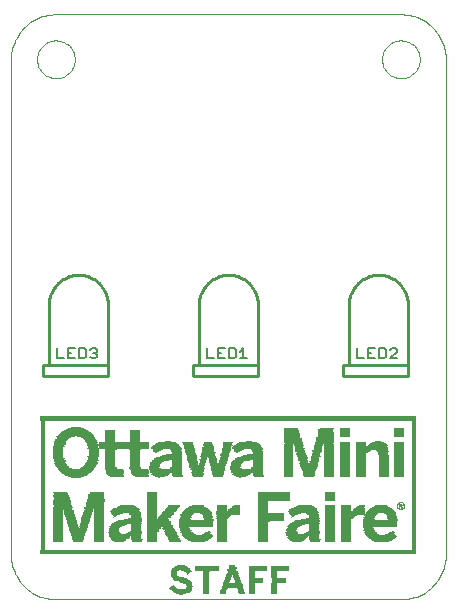
<source format=gto>
G75*
G70*
%OFA0B0*%
%FSLAX24Y24*%
%IPPOS*%
%LPD*%
%AMOC8*
5,1,8,0,0,1.08239X$1,22.5*
%
%ADD10C,0.0000*%
%ADD11R,1.2525X0.0025*%
%ADD12R,1.2525X0.0025*%
%ADD13R,0.0151X0.0025*%
%ADD14R,0.0149X0.0025*%
%ADD15R,0.0099X0.0025*%
%ADD16R,0.0275X0.0025*%
%ADD17R,0.0100X0.0025*%
%ADD18R,0.0274X0.0025*%
%ADD19R,0.0324X0.0025*%
%ADD20R,0.0326X0.0025*%
%ADD21R,0.0350X0.0025*%
%ADD22R,0.0325X0.0025*%
%ADD23R,0.0349X0.0025*%
%ADD24R,0.0374X0.0025*%
%ADD25R,0.0499X0.0025*%
%ADD26R,0.0351X0.0025*%
%ADD27R,0.0500X0.0025*%
%ADD28R,0.0450X0.0025*%
%ADD29R,0.0650X0.0025*%
%ADD30R,0.0449X0.0025*%
%ADD31R,0.0649X0.0025*%
%ADD32R,0.0376X0.0025*%
%ADD33R,0.0750X0.0025*%
%ADD34R,0.0501X0.0025*%
%ADD35R,0.0375X0.0025*%
%ADD36R,0.0575X0.0025*%
%ADD37R,0.0799X0.0025*%
%ADD38R,0.0801X0.0025*%
%ADD39R,0.0625X0.0025*%
%ADD40R,0.0874X0.0025*%
%ADD41R,0.0875X0.0025*%
%ADD42R,0.0424X0.0025*%
%ADD43R,0.0675X0.0025*%
%ADD44R,0.0950X0.0025*%
%ADD45R,0.0700X0.0025*%
%ADD46R,0.0974X0.0025*%
%ADD47R,0.0699X0.0025*%
%ADD48R,0.0975X0.0025*%
%ADD49R,0.1099X0.0025*%
%ADD50R,0.1100X0.0025*%
%ADD51R,0.0976X0.0025*%
%ADD52R,0.0474X0.0025*%
%ADD53R,0.1000X0.0025*%
%ADD54R,0.1001X0.0025*%
%ADD55R,0.0399X0.0025*%
%ADD56R,0.0524X0.0025*%
%ADD57R,0.0400X0.0025*%
%ADD58R,0.0225X0.0025*%
%ADD59R,0.0401X0.0025*%
%ADD60R,0.0525X0.0025*%
%ADD61R,0.0176X0.0025*%
%ADD62R,0.0174X0.0025*%
%ADD63R,0.0074X0.0025*%
%ADD64R,0.0076X0.0025*%
%ADD65R,0.0574X0.0025*%
%ADD66R,0.0624X0.0025*%
%ADD67R,0.0299X0.0025*%
%ADD68R,0.0300X0.0025*%
%ADD69R,0.0850X0.0025*%
%ADD70R,0.1151X0.0025*%
%ADD71R,0.1150X0.0025*%
%ADD72R,0.0550X0.0025*%
%ADD73R,0.0825X0.0025*%
%ADD74R,0.0549X0.0025*%
%ADD75R,0.0800X0.0025*%
%ADD76R,0.0900X0.0025*%
%ADD77R,0.0775X0.0025*%
%ADD78R,0.0849X0.0025*%
%ADD79R,0.0725X0.0025*%
%ADD80R,0.0724X0.0025*%
%ADD81R,0.0600X0.0025*%
%ADD82R,0.0599X0.0025*%
%ADD83R,0.0301X0.0025*%
%ADD84R,0.0025X0.0025*%
%ADD85R,0.0425X0.0025*%
%ADD86R,0.0024X0.0025*%
%ADD87R,0.0075X0.0025*%
%ADD88R,0.0451X0.0025*%
%ADD89R,0.0126X0.0025*%
%ADD90R,0.0199X0.0025*%
%ADD91R,0.0200X0.0025*%
%ADD92R,0.0276X0.0025*%
%ADD93R,0.0776X0.0025*%
%ADD94R,0.0999X0.0025*%
%ADD95R,0.0925X0.0025*%
%ADD96R,0.0949X0.0025*%
%ADD97R,0.0924X0.0025*%
%ADD98R,0.0926X0.0025*%
%ADD99R,0.0749X0.0025*%
%ADD100R,0.0851X0.0025*%
%ADD101R,0.0751X0.0025*%
%ADD102R,0.0051X0.0025*%
%ADD103R,0.0049X0.0025*%
%ADD104R,0.0026X0.0025*%
%ADD105R,0.0601X0.0025*%
%ADD106R,0.0250X0.0025*%
%ADD107R,0.0251X0.0025*%
%ADD108R,0.0175X0.0025*%
%ADD109R,0.0125X0.0025*%
%ADD110R,0.0151X0.0025*%
%ADD111R,0.0149X0.0025*%
%ADD112R,0.0151X0.0025*%
%ADD113R,0.0501X0.0025*%
%ADD114R,0.0449X0.0025*%
%ADD115R,0.0450X0.0025*%
%ADD116R,0.0325X0.0025*%
%ADD117R,0.0350X0.0025*%
%ADD118R,0.0326X0.0025*%
%ADD119R,0.0351X0.0025*%
%ADD120R,0.0300X0.0025*%
%ADD121R,0.0324X0.0025*%
%ADD122R,0.0349X0.0025*%
%ADD123R,0.0149X0.0025*%
%ADD124R,0.0826X0.0025*%
%ADD125R,0.0426X0.0025*%
%ADD126R,0.1025X0.0025*%
%ADD127R,0.1075X0.0025*%
%ADD128R,0.1074X0.0025*%
%ADD129R,0.1126X0.0025*%
%ADD130R,0.0475X0.0025*%
%ADD131R,0.1174X0.0025*%
%ADD132R,0.0526X0.0025*%
%ADD133R,0.0551X0.0025*%
%ADD134R,0.0249X0.0025*%
%ADD135R,0.0824X0.0025*%
%ADD136R,0.0651X0.0025*%
%ADD137R,0.0050X0.0025*%
%ADD138R,0.2051X0.0025*%
%ADD139R,0.1675X0.0025*%
%ADD140R,0.0899X0.0025*%
%ADD141R,0.0674X0.0025*%
%ADD142R,0.0774X0.0025*%
%ADD143R,0.0576X0.0025*%
%ADD144R,0.0701X0.0025*%
%ADD145R,0.0476X0.0025*%
%ADD146R,0.0226X0.0025*%
%ADD147R,0.0201X0.0025*%
%ADD148R,0.0224X0.0025*%
%ADD149R,0.0150X0.0025*%
%ADD150C,0.0100*%
%ADD151C,0.0060*%
D10*
X000656Y002155D02*
X000656Y018655D01*
X001526Y018655D02*
X001528Y018705D01*
X001534Y018755D01*
X001544Y018804D01*
X001558Y018852D01*
X001575Y018899D01*
X001596Y018944D01*
X001621Y018988D01*
X001649Y019029D01*
X001681Y019068D01*
X001715Y019105D01*
X001752Y019139D01*
X001792Y019169D01*
X001834Y019196D01*
X001878Y019220D01*
X001924Y019241D01*
X001971Y019257D01*
X002019Y019270D01*
X002069Y019279D01*
X002118Y019284D01*
X002169Y019285D01*
X002219Y019282D01*
X002268Y019275D01*
X002317Y019264D01*
X002365Y019249D01*
X002411Y019231D01*
X002456Y019209D01*
X002499Y019183D01*
X002540Y019154D01*
X002579Y019122D01*
X002615Y019087D01*
X002647Y019049D01*
X002677Y019009D01*
X002704Y018966D01*
X002727Y018922D01*
X002746Y018876D01*
X002762Y018828D01*
X002774Y018779D01*
X002782Y018730D01*
X002786Y018680D01*
X002786Y018630D01*
X002782Y018580D01*
X002774Y018531D01*
X002762Y018482D01*
X002746Y018434D01*
X002727Y018388D01*
X002704Y018344D01*
X002677Y018301D01*
X002647Y018261D01*
X002615Y018223D01*
X002579Y018188D01*
X002540Y018156D01*
X002499Y018127D01*
X002456Y018101D01*
X002411Y018079D01*
X002365Y018061D01*
X002317Y018046D01*
X002268Y018035D01*
X002219Y018028D01*
X002169Y018025D01*
X002118Y018026D01*
X002069Y018031D01*
X002019Y018040D01*
X001971Y018053D01*
X001924Y018069D01*
X001878Y018090D01*
X001834Y018114D01*
X001792Y018141D01*
X001752Y018171D01*
X001715Y018205D01*
X001681Y018242D01*
X001649Y018281D01*
X001621Y018322D01*
X001596Y018366D01*
X001575Y018411D01*
X001558Y018458D01*
X001544Y018506D01*
X001534Y018555D01*
X001528Y018605D01*
X001526Y018655D01*
X000656Y018655D02*
X000658Y018731D01*
X000664Y018807D01*
X000673Y018882D01*
X000687Y018957D01*
X000704Y019031D01*
X000725Y019104D01*
X000749Y019176D01*
X000778Y019247D01*
X000809Y019316D01*
X000844Y019383D01*
X000883Y019448D01*
X000925Y019512D01*
X000970Y019573D01*
X001018Y019632D01*
X001069Y019688D01*
X001123Y019742D01*
X001179Y019793D01*
X001238Y019841D01*
X001299Y019886D01*
X001363Y019928D01*
X001428Y019967D01*
X001495Y020002D01*
X001564Y020033D01*
X001635Y020062D01*
X001707Y020086D01*
X001780Y020107D01*
X001854Y020124D01*
X001929Y020138D01*
X002004Y020147D01*
X002080Y020153D01*
X002156Y020155D01*
X013656Y020155D01*
X013026Y018655D02*
X013028Y018705D01*
X013034Y018755D01*
X013044Y018804D01*
X013058Y018852D01*
X013075Y018899D01*
X013096Y018944D01*
X013121Y018988D01*
X013149Y019029D01*
X013181Y019068D01*
X013215Y019105D01*
X013252Y019139D01*
X013292Y019169D01*
X013334Y019196D01*
X013378Y019220D01*
X013424Y019241D01*
X013471Y019257D01*
X013519Y019270D01*
X013569Y019279D01*
X013618Y019284D01*
X013669Y019285D01*
X013719Y019282D01*
X013768Y019275D01*
X013817Y019264D01*
X013865Y019249D01*
X013911Y019231D01*
X013956Y019209D01*
X013999Y019183D01*
X014040Y019154D01*
X014079Y019122D01*
X014115Y019087D01*
X014147Y019049D01*
X014177Y019009D01*
X014204Y018966D01*
X014227Y018922D01*
X014246Y018876D01*
X014262Y018828D01*
X014274Y018779D01*
X014282Y018730D01*
X014286Y018680D01*
X014286Y018630D01*
X014282Y018580D01*
X014274Y018531D01*
X014262Y018482D01*
X014246Y018434D01*
X014227Y018388D01*
X014204Y018344D01*
X014177Y018301D01*
X014147Y018261D01*
X014115Y018223D01*
X014079Y018188D01*
X014040Y018156D01*
X013999Y018127D01*
X013956Y018101D01*
X013911Y018079D01*
X013865Y018061D01*
X013817Y018046D01*
X013768Y018035D01*
X013719Y018028D01*
X013669Y018025D01*
X013618Y018026D01*
X013569Y018031D01*
X013519Y018040D01*
X013471Y018053D01*
X013424Y018069D01*
X013378Y018090D01*
X013334Y018114D01*
X013292Y018141D01*
X013252Y018171D01*
X013215Y018205D01*
X013181Y018242D01*
X013149Y018281D01*
X013121Y018322D01*
X013096Y018366D01*
X013075Y018411D01*
X013058Y018458D01*
X013044Y018506D01*
X013034Y018555D01*
X013028Y018605D01*
X013026Y018655D01*
X013656Y020155D02*
X013732Y020153D01*
X013808Y020147D01*
X013883Y020138D01*
X013958Y020124D01*
X014032Y020107D01*
X014105Y020086D01*
X014177Y020062D01*
X014248Y020033D01*
X014317Y020002D01*
X014384Y019967D01*
X014449Y019928D01*
X014513Y019886D01*
X014574Y019841D01*
X014633Y019793D01*
X014689Y019742D01*
X014743Y019688D01*
X014794Y019632D01*
X014842Y019573D01*
X014887Y019512D01*
X014929Y019448D01*
X014968Y019383D01*
X015003Y019316D01*
X015034Y019247D01*
X015063Y019176D01*
X015087Y019104D01*
X015108Y019031D01*
X015125Y018957D01*
X015139Y018882D01*
X015148Y018807D01*
X015154Y018731D01*
X015156Y018655D01*
X015156Y002155D01*
X015154Y002079D01*
X015148Y002003D01*
X015139Y001928D01*
X015125Y001853D01*
X015108Y001779D01*
X015087Y001706D01*
X015063Y001634D01*
X015034Y001563D01*
X015003Y001494D01*
X014968Y001427D01*
X014929Y001362D01*
X014887Y001298D01*
X014842Y001237D01*
X014794Y001178D01*
X014743Y001122D01*
X014689Y001068D01*
X014633Y001017D01*
X014574Y000969D01*
X014513Y000924D01*
X014449Y000882D01*
X014384Y000843D01*
X014317Y000808D01*
X014248Y000777D01*
X014177Y000748D01*
X014105Y000724D01*
X014032Y000703D01*
X013958Y000686D01*
X013883Y000672D01*
X013808Y000663D01*
X013732Y000657D01*
X013656Y000655D01*
X002156Y000655D01*
X002080Y000657D01*
X002004Y000663D01*
X001929Y000672D01*
X001854Y000686D01*
X001780Y000703D01*
X001707Y000724D01*
X001635Y000748D01*
X001564Y000777D01*
X001495Y000808D01*
X001428Y000843D01*
X001363Y000882D01*
X001299Y000924D01*
X001238Y000969D01*
X001179Y001017D01*
X001123Y001068D01*
X001069Y001122D01*
X001018Y001178D01*
X000970Y001237D01*
X000925Y001298D01*
X000883Y001362D01*
X000844Y001427D01*
X000809Y001494D01*
X000778Y001563D01*
X000749Y001634D01*
X000725Y001706D01*
X000704Y001779D01*
X000687Y001853D01*
X000673Y001928D01*
X000664Y002003D01*
X000658Y002079D01*
X000656Y002155D01*
D11*
X007905Y002155D03*
D12*
X007905Y002180D03*
X007905Y002205D03*
X007905Y002230D03*
X007905Y002255D03*
X007905Y002280D03*
X007905Y006605D03*
X007905Y006630D03*
X007905Y006655D03*
X007905Y006680D03*
X007905Y006705D03*
X007905Y006730D03*
D13*
X001718Y006580D03*
X001718Y006555D03*
X001718Y006530D03*
X001718Y006505D03*
X001718Y006480D03*
X001718Y006455D03*
X001718Y006430D03*
X001718Y006405D03*
X001718Y006380D03*
X001718Y006355D03*
X001718Y006330D03*
X001718Y006305D03*
X001718Y006280D03*
X001718Y006255D03*
X001718Y006230D03*
X001718Y006205D03*
X001718Y006180D03*
X001718Y006155D03*
X001718Y006130D03*
X001718Y006105D03*
X001718Y006080D03*
X001718Y006055D03*
X001718Y006030D03*
X001718Y006005D03*
X001718Y005980D03*
X001718Y005955D03*
X001718Y005930D03*
X001718Y005905D03*
X001718Y005880D03*
X001718Y005855D03*
X001718Y005830D03*
X001718Y005805D03*
X001718Y005780D03*
X001718Y005755D03*
X001718Y005730D03*
X001718Y005705D03*
X001718Y005680D03*
X001718Y005655D03*
X001718Y005630D03*
X001718Y005605D03*
X001718Y005580D03*
X001718Y005555D03*
X001718Y005530D03*
X001718Y005505D03*
X001718Y005480D03*
X001718Y005455D03*
X001718Y005430D03*
X001718Y005405D03*
X001718Y005380D03*
X001718Y005355D03*
X001718Y005330D03*
X001718Y005305D03*
X001718Y005280D03*
X001718Y005255D03*
X001718Y005230D03*
X001718Y005205D03*
X001718Y005180D03*
X001718Y005155D03*
X001718Y005130D03*
X001718Y005105D03*
X001718Y005080D03*
X001718Y005055D03*
X001718Y005030D03*
X001718Y005005D03*
X001718Y004980D03*
X001718Y004955D03*
X001718Y004930D03*
X001718Y004905D03*
X001718Y004880D03*
X001718Y004855D03*
X001718Y004830D03*
X001718Y004805D03*
X001718Y004780D03*
X001718Y004755D03*
X001718Y004705D03*
X001718Y004680D03*
X001718Y004630D03*
X001718Y004605D03*
X001718Y004580D03*
X001718Y004555D03*
X001718Y004530D03*
X001718Y004505D03*
X001718Y004480D03*
X001718Y004455D03*
X001718Y004430D03*
X001718Y004405D03*
X001718Y004380D03*
X001718Y004355D03*
X001718Y004330D03*
X001718Y004305D03*
X001718Y004280D03*
X001718Y004255D03*
X001718Y004230D03*
X001718Y004205D03*
X001718Y004180D03*
X001718Y004155D03*
X001718Y004130D03*
X001718Y004105D03*
X001718Y004080D03*
X001718Y004055D03*
X001718Y004030D03*
X001718Y004005D03*
X001718Y003980D03*
X001718Y003955D03*
X001718Y003930D03*
X001718Y003905D03*
X001718Y003880D03*
X001718Y003855D03*
X001718Y003830D03*
X001718Y003805D03*
X001718Y003780D03*
X001718Y003755D03*
X001718Y003730D03*
X001718Y003705D03*
X001718Y003680D03*
X001718Y003655D03*
X001718Y003630D03*
X001718Y003605D03*
X001718Y003580D03*
X001718Y003555D03*
X001718Y003530D03*
X001718Y003505D03*
X001718Y003480D03*
X001718Y003455D03*
X001718Y003430D03*
X001718Y003405D03*
X001718Y003380D03*
X001718Y003355D03*
X001718Y003330D03*
X001718Y003305D03*
X001718Y003280D03*
X001718Y003255D03*
X001718Y003230D03*
X001718Y003205D03*
X001718Y003180D03*
X001718Y003155D03*
X001718Y003130D03*
X001718Y003105D03*
X001718Y003080D03*
X001718Y003055D03*
X001718Y003030D03*
X001718Y003005D03*
X001718Y002980D03*
X001718Y002955D03*
X001718Y002930D03*
X001718Y002905D03*
X001718Y002880D03*
X001718Y002855D03*
X001718Y002830D03*
X001718Y002805D03*
X001718Y002780D03*
X001718Y002755D03*
X001718Y002730D03*
X001718Y002705D03*
X001718Y002680D03*
X001718Y002655D03*
X001718Y002630D03*
X001718Y002605D03*
X001718Y002580D03*
X001718Y002555D03*
X001718Y002530D03*
X001718Y002505D03*
X001718Y002480D03*
X001718Y002455D03*
X001718Y002430D03*
X001718Y002405D03*
X001718Y002380D03*
X001718Y002355D03*
X001718Y002330D03*
X001718Y002305D03*
D14*
X013668Y003630D03*
X013668Y003855D03*
X014093Y003855D03*
X014093Y003830D03*
X014093Y003805D03*
X014093Y003780D03*
X014093Y003755D03*
X014093Y003730D03*
X014093Y003705D03*
X014093Y003680D03*
X014093Y003655D03*
X014093Y003630D03*
X014093Y003605D03*
X014093Y003580D03*
X014093Y003555D03*
X014093Y003530D03*
X014093Y003505D03*
X014093Y003480D03*
X014093Y003455D03*
X014093Y003430D03*
X014093Y003405D03*
X014093Y003380D03*
X014093Y003355D03*
X014093Y003330D03*
X014093Y003305D03*
X014093Y003280D03*
X014093Y003255D03*
X014093Y003230D03*
X014093Y003205D03*
X014093Y003180D03*
X014093Y003155D03*
X014093Y003130D03*
X014093Y003105D03*
X014093Y003080D03*
X014093Y003055D03*
X014093Y003030D03*
X014093Y003005D03*
X014093Y002980D03*
X014093Y002955D03*
X014093Y002930D03*
X014093Y002905D03*
X014093Y002880D03*
X014093Y002855D03*
X014093Y002830D03*
X014093Y002805D03*
X014093Y002780D03*
X014093Y002755D03*
X014093Y002730D03*
X014093Y002705D03*
X014093Y002680D03*
X014093Y002655D03*
X014093Y002630D03*
X014093Y002605D03*
X014093Y002580D03*
X014093Y002555D03*
X014093Y002530D03*
X014093Y002505D03*
X014093Y002480D03*
X014093Y002455D03*
X014093Y002430D03*
X014093Y002405D03*
X014093Y002380D03*
X014093Y002355D03*
X014093Y002330D03*
X014093Y002305D03*
X014093Y003880D03*
X014093Y003905D03*
X014093Y003930D03*
X014093Y003955D03*
X014093Y003980D03*
X014093Y004005D03*
X014093Y004030D03*
X014093Y004055D03*
X014093Y004080D03*
X014093Y004105D03*
X014093Y004130D03*
X014093Y004155D03*
X014093Y004180D03*
X014093Y004205D03*
X014093Y004230D03*
X014093Y004255D03*
X014093Y004280D03*
X014093Y004305D03*
X014093Y004330D03*
X014093Y004355D03*
X014093Y004380D03*
X014093Y004405D03*
X014093Y004430D03*
X014093Y004455D03*
X014093Y004480D03*
X014093Y004505D03*
X014093Y004530D03*
X014093Y004555D03*
X014093Y004580D03*
X014093Y004605D03*
X014093Y004630D03*
X014093Y004680D03*
X014093Y004705D03*
X014093Y004755D03*
X014093Y004780D03*
X014093Y004805D03*
X014093Y004830D03*
X014093Y004855D03*
X014093Y004880D03*
X014093Y004905D03*
X014093Y004930D03*
X014093Y004955D03*
X014093Y004980D03*
X014093Y005005D03*
X014093Y005030D03*
X014093Y005055D03*
X014093Y005080D03*
X014093Y005105D03*
X014093Y005130D03*
X014093Y005155D03*
X014093Y005180D03*
X014093Y005205D03*
X014093Y005230D03*
X014093Y005255D03*
X014093Y005280D03*
X014093Y005305D03*
X014093Y005330D03*
X014093Y005355D03*
X014093Y005380D03*
X014093Y005405D03*
X014093Y005430D03*
X014093Y005455D03*
X014093Y005480D03*
X014093Y005505D03*
X014093Y005530D03*
X014093Y005555D03*
X014093Y005580D03*
X014093Y005605D03*
X014093Y005630D03*
X014093Y005655D03*
X014093Y005680D03*
X014093Y005705D03*
X014093Y005730D03*
X014093Y005755D03*
X014093Y005780D03*
X014093Y005805D03*
X014093Y005830D03*
X014093Y005855D03*
X014093Y005880D03*
X014093Y005905D03*
X014093Y005930D03*
X014093Y005955D03*
X014093Y005980D03*
X014093Y006005D03*
X014093Y006030D03*
X014093Y006055D03*
X014093Y006080D03*
X014093Y006105D03*
X014093Y006130D03*
X014093Y006155D03*
X014093Y006180D03*
X014093Y006205D03*
X014093Y006230D03*
X014093Y006255D03*
X014093Y006280D03*
X014093Y006305D03*
X014093Y006330D03*
X014093Y006355D03*
X014093Y006380D03*
X014093Y006405D03*
X014093Y006430D03*
X014093Y006455D03*
X014093Y006480D03*
X014093Y006505D03*
X014093Y006530D03*
X014093Y006555D03*
X014093Y006580D03*
D15*
X005493Y005555D03*
X004243Y002555D03*
D16*
X003131Y003205D03*
X003106Y003130D03*
X003106Y003105D03*
X003156Y003280D03*
X003206Y003455D03*
X003231Y003555D03*
X006881Y002555D03*
X007706Y005130D03*
X007706Y005155D03*
X007756Y005305D03*
X007756Y005330D03*
X007806Y005505D03*
X007231Y005855D03*
X007231Y005880D03*
X010781Y005280D03*
X010781Y005255D03*
X010805Y005355D03*
X010805Y005380D03*
X010831Y005430D03*
X010831Y005455D03*
X010855Y005530D03*
X010881Y005630D03*
X010931Y005805D03*
X012306Y003705D03*
D17*
X012993Y003780D03*
X013669Y003805D03*
X013669Y003755D03*
X013669Y003730D03*
X013369Y002880D03*
X010169Y002555D03*
X008194Y005555D03*
X006868Y003780D03*
X007243Y002880D03*
X006069Y001080D03*
D18*
X006106Y000980D03*
X006131Y001405D03*
X006556Y001580D03*
X004156Y003480D03*
X003081Y003055D03*
X003081Y003030D03*
X007406Y005205D03*
X007406Y005230D03*
X007731Y005230D03*
X007731Y005205D03*
X007731Y005180D03*
X007781Y005405D03*
X010906Y005705D03*
X010906Y005730D03*
X013006Y002555D03*
D19*
X012331Y004755D03*
X012331Y004780D03*
X012331Y004805D03*
X012331Y004830D03*
X012331Y004855D03*
X012331Y004880D03*
X012331Y004905D03*
X012331Y004930D03*
X012331Y004955D03*
X012331Y004980D03*
X012331Y005005D03*
X012331Y005030D03*
X012331Y005055D03*
X012331Y005080D03*
X012331Y005105D03*
X012331Y005130D03*
X012331Y005155D03*
X012331Y005180D03*
X012331Y005205D03*
X012331Y005230D03*
X012331Y005255D03*
X012331Y005280D03*
X012331Y005305D03*
X012331Y005330D03*
X012331Y005355D03*
X012331Y005380D03*
X012331Y005405D03*
X012331Y005430D03*
X012331Y005455D03*
X012331Y005480D03*
X012331Y005730D03*
X012331Y005755D03*
X012331Y005780D03*
X012331Y005805D03*
X012331Y005830D03*
X012331Y005855D03*
X012331Y005880D03*
X010406Y005280D03*
X010406Y005255D03*
X010356Y005405D03*
X010356Y005430D03*
X010306Y005555D03*
X010306Y005580D03*
X010306Y005605D03*
X010256Y005755D03*
X007906Y005855D03*
X007906Y005880D03*
X007231Y005805D03*
X007231Y005780D03*
X007231Y005755D03*
X006706Y005330D03*
X006706Y005305D03*
X006706Y005280D03*
X006656Y005480D03*
X006656Y005505D03*
X006606Y005680D03*
X005556Y005630D03*
X005456Y005130D03*
X005456Y005105D03*
X005456Y005080D03*
X004081Y002955D03*
X004081Y002930D03*
X002231Y002930D03*
X002231Y002905D03*
X002231Y002880D03*
X002231Y002855D03*
X002231Y002830D03*
X002231Y002805D03*
X002231Y002780D03*
X002231Y002755D03*
X002231Y002730D03*
X002231Y002705D03*
X002231Y002680D03*
X002231Y002655D03*
X002231Y002630D03*
X002231Y002605D03*
X002231Y002580D03*
X002231Y002955D03*
X002231Y002980D03*
X002231Y003005D03*
X002231Y003030D03*
X002231Y003055D03*
X002231Y003080D03*
X002231Y003105D03*
X002231Y003130D03*
X002231Y003155D03*
X002231Y003180D03*
X002231Y003205D03*
X002231Y003230D03*
X002231Y003255D03*
X002231Y003280D03*
X002231Y003305D03*
X002231Y003330D03*
X002231Y003355D03*
X002231Y003380D03*
X002231Y003405D03*
X002231Y003430D03*
X002231Y003455D03*
X002231Y003480D03*
X002231Y003505D03*
X002231Y003530D03*
X002231Y003555D03*
X002231Y003580D03*
X002231Y003605D03*
X002231Y003630D03*
X002231Y003655D03*
X002231Y003680D03*
X006181Y001380D03*
X007181Y002805D03*
X007231Y003380D03*
X007231Y003405D03*
D20*
X008131Y003680D03*
X006881Y004755D03*
X006506Y001605D03*
X008056Y001580D03*
X010006Y002930D03*
X010006Y002955D03*
X010581Y004755D03*
X011256Y004755D03*
X011256Y004780D03*
X011256Y004805D03*
X011256Y004830D03*
X011256Y004855D03*
X011256Y004880D03*
X011256Y004905D03*
X011256Y004930D03*
X011256Y004955D03*
X011256Y004980D03*
X011256Y005005D03*
X011256Y005030D03*
X011256Y005055D03*
X011256Y005080D03*
X011256Y005105D03*
X011256Y005130D03*
X011256Y005155D03*
X011256Y005180D03*
X011256Y005205D03*
X011256Y005230D03*
X011256Y005255D03*
X011256Y005280D03*
X011256Y005305D03*
X011256Y005330D03*
X011256Y005355D03*
X011256Y005380D03*
X011256Y005405D03*
X011256Y005430D03*
X011256Y005455D03*
X011256Y005480D03*
X011256Y005505D03*
X011256Y005530D03*
X011256Y005555D03*
X011256Y005580D03*
X011256Y005605D03*
X011256Y005630D03*
X011256Y005655D03*
X011256Y005680D03*
X011256Y005705D03*
X011256Y005730D03*
X011256Y005755D03*
X011256Y005780D03*
X011256Y005805D03*
X013306Y002805D03*
X002906Y002605D03*
X002906Y002580D03*
D21*
X003593Y002580D03*
X003593Y002605D03*
X003593Y002630D03*
X003593Y002655D03*
X003593Y002680D03*
X003593Y002705D03*
X003593Y002730D03*
X003593Y002755D03*
X003593Y002780D03*
X003593Y002805D03*
X003593Y002830D03*
X003593Y002855D03*
X003593Y002880D03*
X003593Y002905D03*
X003593Y002930D03*
X003593Y002955D03*
X003593Y002980D03*
X003593Y003005D03*
X003593Y003030D03*
X003593Y003055D03*
X003593Y003080D03*
X003593Y003105D03*
X003593Y003130D03*
X003593Y003155D03*
X003593Y003180D03*
X003593Y003205D03*
X003593Y003230D03*
X003593Y003255D03*
X003593Y003280D03*
X003593Y003305D03*
X003593Y003330D03*
X003593Y003355D03*
X003593Y003380D03*
X003593Y003405D03*
X003593Y003430D03*
X003593Y003455D03*
X003593Y003480D03*
X003593Y003505D03*
X003593Y003530D03*
X003593Y003555D03*
X003593Y003580D03*
X003593Y003605D03*
X003593Y003630D03*
X003593Y003655D03*
X003968Y005055D03*
X003968Y005080D03*
X003968Y005105D03*
X003968Y005130D03*
X003968Y005155D03*
X003968Y005180D03*
X003968Y005205D03*
X003968Y005230D03*
X003968Y005255D03*
X003968Y005280D03*
X003968Y005305D03*
X003968Y005330D03*
X003968Y005355D03*
X003968Y005380D03*
X003968Y005405D03*
X003968Y005430D03*
X003968Y005455D03*
X003968Y005480D03*
X003968Y005505D03*
X003968Y005530D03*
X003968Y005555D03*
X003968Y005580D03*
X003968Y005605D03*
X003968Y005905D03*
X003968Y005930D03*
X003968Y005955D03*
X003968Y005980D03*
X003968Y006005D03*
X003968Y006030D03*
X003968Y006055D03*
X003968Y006080D03*
X003968Y006105D03*
X003968Y006130D03*
X003968Y006155D03*
X003968Y006180D03*
X003968Y006205D03*
X003968Y006230D03*
X003968Y006255D03*
X003968Y006280D03*
X003419Y005630D03*
X003419Y005605D03*
X003419Y005580D03*
X003419Y005555D03*
X003419Y005530D03*
X003419Y005505D03*
X003419Y005480D03*
X003419Y005455D03*
X003419Y005430D03*
X002819Y006355D03*
X002269Y005780D03*
X002269Y005755D03*
X002269Y005305D03*
X002269Y005280D03*
X005919Y002980D03*
X005944Y002930D03*
X006493Y002905D03*
X006493Y003405D03*
X007194Y003480D03*
X008119Y003655D03*
X009069Y003655D03*
X009069Y003630D03*
X009069Y003605D03*
X009069Y003580D03*
X009069Y003555D03*
X009069Y003530D03*
X009069Y003680D03*
X009069Y003705D03*
X009069Y003730D03*
X009069Y003755D03*
X009069Y003780D03*
X009069Y003805D03*
X009069Y003830D03*
X009069Y003855D03*
X009069Y003880D03*
X009069Y003905D03*
X009069Y003205D03*
X009069Y003180D03*
X009069Y003155D03*
X009069Y003130D03*
X009069Y003105D03*
X009069Y003080D03*
X009069Y003055D03*
X009069Y003030D03*
X009069Y003005D03*
X009069Y002980D03*
X009069Y002955D03*
X009069Y002930D03*
X009069Y002905D03*
X009069Y002880D03*
X009069Y002855D03*
X009069Y002830D03*
X009069Y002805D03*
X009069Y002780D03*
X009069Y002755D03*
X009069Y002730D03*
X009069Y002705D03*
X009069Y002680D03*
X009069Y002655D03*
X009069Y002630D03*
X009069Y002605D03*
X009069Y002580D03*
X010044Y003030D03*
X011294Y003030D03*
X011294Y003005D03*
X011294Y002980D03*
X011294Y002955D03*
X011294Y002930D03*
X011294Y002905D03*
X011294Y002880D03*
X011294Y002855D03*
X011294Y002830D03*
X011294Y002805D03*
X011294Y002780D03*
X011294Y002755D03*
X011294Y002730D03*
X011294Y002705D03*
X011294Y002680D03*
X011294Y002655D03*
X011294Y002630D03*
X011294Y002605D03*
X011294Y002580D03*
X011294Y003055D03*
X011294Y003080D03*
X011294Y003105D03*
X011294Y003130D03*
X011294Y003155D03*
X011294Y003180D03*
X011294Y003205D03*
X011294Y003230D03*
X011294Y003255D03*
X011294Y003280D03*
X011294Y003305D03*
X011294Y003330D03*
X011294Y003355D03*
X011294Y003380D03*
X011294Y003405D03*
X011294Y003430D03*
X011294Y003455D03*
X011294Y003480D03*
X011294Y003505D03*
X011294Y003530D03*
X011294Y003555D03*
X011294Y003580D03*
X011294Y003605D03*
X011294Y003630D03*
X011294Y003655D03*
X011294Y003680D03*
X011294Y003705D03*
X011294Y003730D03*
X011294Y003755D03*
X011294Y003930D03*
X011294Y003955D03*
X011294Y003980D03*
X011294Y004005D03*
X011294Y004030D03*
X011294Y004055D03*
X011294Y004080D03*
X011294Y004105D03*
X011294Y004130D03*
X011294Y004155D03*
X011294Y004180D03*
X011294Y004205D03*
X011793Y004755D03*
X011793Y004780D03*
X011793Y004805D03*
X011793Y004830D03*
X011793Y004855D03*
X011793Y004880D03*
X011793Y004905D03*
X011793Y004930D03*
X011793Y004955D03*
X011793Y004980D03*
X011793Y005005D03*
X011793Y005030D03*
X011793Y005055D03*
X011793Y005080D03*
X011793Y005105D03*
X011793Y005130D03*
X011793Y005155D03*
X011793Y005180D03*
X011793Y005205D03*
X011793Y005230D03*
X011793Y005255D03*
X011793Y005280D03*
X011793Y005305D03*
X011793Y005330D03*
X011793Y005355D03*
X011793Y005380D03*
X011793Y005405D03*
X011793Y005430D03*
X011793Y005455D03*
X011793Y005480D03*
X011793Y005505D03*
X011793Y005530D03*
X011793Y005555D03*
X011793Y005580D03*
X011793Y005605D03*
X011793Y005630D03*
X011793Y005655D03*
X011793Y005680D03*
X011793Y005705D03*
X011793Y005730D03*
X011793Y005755D03*
X011793Y005780D03*
X011793Y005805D03*
X011793Y005830D03*
X011793Y005855D03*
X011793Y005880D03*
X011793Y006055D03*
X011793Y006080D03*
X011793Y006105D03*
X011793Y006130D03*
X011793Y006155D03*
X011793Y006180D03*
X011793Y006205D03*
X011793Y006230D03*
X011793Y006255D03*
X011793Y006280D03*
X011793Y006305D03*
X011793Y006330D03*
X012919Y005880D03*
X012619Y003405D03*
X012619Y002905D03*
X008169Y005155D03*
X007244Y005730D03*
X006619Y005655D03*
X006619Y005630D03*
X006669Y005455D03*
X006569Y005805D03*
X006569Y005830D03*
X006569Y005855D03*
X006169Y005605D03*
X006169Y005580D03*
X006194Y005555D03*
X006194Y005530D03*
X006194Y005505D03*
X006194Y005480D03*
X006194Y005280D03*
X006194Y005255D03*
X006194Y005230D03*
X006194Y005205D03*
X006194Y005180D03*
X006194Y005155D03*
X006194Y005130D03*
X006194Y005105D03*
X006194Y005080D03*
X006194Y005055D03*
X006194Y004855D03*
X006194Y004830D03*
X006194Y004805D03*
X006219Y004755D03*
X006869Y004780D03*
X008044Y001555D03*
X008044Y001530D03*
D22*
X007256Y003280D03*
X007256Y003305D03*
X007206Y003455D03*
X006206Y004780D03*
X006681Y005380D03*
X006681Y005405D03*
X006681Y005430D03*
X006631Y005580D03*
X006631Y005605D03*
X006581Y005780D03*
X006731Y005230D03*
X006731Y005205D03*
X007881Y005780D03*
X008256Y005630D03*
X008156Y005130D03*
X008156Y005105D03*
X008156Y005080D03*
X008905Y004780D03*
X010381Y005330D03*
X010381Y005355D03*
X010331Y005480D03*
X010331Y005505D03*
X010281Y005655D03*
X010281Y005680D03*
X010431Y005180D03*
X012281Y003680D03*
X013080Y004755D03*
X013080Y004780D03*
X013080Y004805D03*
X013080Y004830D03*
X013080Y004855D03*
X013080Y004880D03*
X013080Y004905D03*
X013080Y004930D03*
X013080Y004955D03*
X013080Y004980D03*
X013080Y005005D03*
X013080Y005030D03*
X013080Y005055D03*
X013080Y005080D03*
X013080Y005105D03*
X013080Y005130D03*
X013080Y005155D03*
X013080Y005180D03*
X013080Y005205D03*
X013080Y005230D03*
X013080Y005255D03*
X013080Y005280D03*
X013080Y005305D03*
X013080Y005330D03*
X013080Y005355D03*
X013080Y005380D03*
X013080Y005405D03*
X013080Y005430D03*
X013331Y003455D03*
X013356Y003405D03*
X013356Y003380D03*
X013380Y003305D03*
X013380Y003280D03*
X010181Y002580D03*
X004255Y002580D03*
X002756Y003030D03*
X002730Y003080D03*
X002730Y003105D03*
X002730Y003130D03*
X002705Y003155D03*
X002705Y003180D03*
X002705Y003205D03*
X002681Y003230D03*
X002681Y003255D03*
X002681Y003280D03*
X002656Y003305D03*
X002656Y003330D03*
X002656Y003355D03*
X002656Y003380D03*
X002631Y003405D03*
X002631Y003430D03*
X002631Y003455D03*
X002606Y003480D03*
X002606Y003505D03*
X002606Y003530D03*
X002580Y003580D03*
X002580Y003605D03*
X002831Y004705D03*
D23*
X002243Y005355D03*
X002243Y005380D03*
X002243Y005405D03*
X002243Y005430D03*
X002243Y005455D03*
X002243Y005480D03*
X002243Y005505D03*
X002243Y005530D03*
X002243Y005555D03*
X002243Y005580D03*
X002243Y005605D03*
X002243Y005630D03*
X002243Y005655D03*
X002243Y005680D03*
X002243Y005705D03*
X004118Y003030D03*
X004093Y003005D03*
X004093Y002980D03*
X004093Y002905D03*
X004818Y003455D03*
X004843Y003430D03*
X004843Y003405D03*
X004843Y003380D03*
X004843Y003355D03*
X004843Y003130D03*
X004843Y003105D03*
X004843Y003080D03*
X004843Y003055D03*
X004843Y003030D03*
X004843Y003005D03*
X004843Y002980D03*
X004843Y002955D03*
X004843Y002930D03*
X004843Y002730D03*
X004843Y002705D03*
X004843Y002680D03*
X004843Y002655D03*
X004868Y002605D03*
X004868Y002580D03*
X005368Y002580D03*
X005368Y002605D03*
X005368Y002630D03*
X005368Y002655D03*
X005368Y002680D03*
X005368Y002705D03*
X005368Y002730D03*
X005368Y002755D03*
X005368Y002780D03*
X005368Y002805D03*
X005368Y002830D03*
X005368Y002855D03*
X005368Y002880D03*
X005368Y003330D03*
X005368Y003355D03*
X005368Y003380D03*
X005368Y003405D03*
X005368Y003430D03*
X005368Y003455D03*
X005368Y003480D03*
X005368Y003505D03*
X005368Y003530D03*
X005368Y003555D03*
X005368Y003580D03*
X005368Y003605D03*
X005368Y003630D03*
X005368Y003655D03*
X005368Y003680D03*
X005368Y003705D03*
X005368Y003730D03*
X005368Y003755D03*
X005368Y003780D03*
X005368Y003805D03*
X005368Y003830D03*
X005368Y003855D03*
X005368Y003880D03*
X005368Y003905D03*
X005368Y003930D03*
X005368Y003955D03*
X005368Y003980D03*
X005368Y004005D03*
X005368Y004030D03*
X005368Y004055D03*
X005368Y004080D03*
X005368Y004105D03*
X005368Y004130D03*
X005368Y004155D03*
X005368Y004180D03*
X005368Y004205D03*
X005443Y005030D03*
X005443Y005055D03*
X005468Y005155D03*
X005493Y005180D03*
X004793Y005180D03*
X004793Y005155D03*
X004793Y005130D03*
X004793Y005105D03*
X004793Y005080D03*
X004793Y005055D03*
X004793Y005205D03*
X004793Y005230D03*
X004793Y005255D03*
X004793Y005280D03*
X004793Y005305D03*
X004793Y005330D03*
X004793Y005355D03*
X004793Y005380D03*
X004793Y005405D03*
X004793Y005430D03*
X004793Y005455D03*
X004793Y005480D03*
X004793Y005505D03*
X004793Y005530D03*
X004793Y005555D03*
X004793Y005580D03*
X004793Y005605D03*
X004793Y005905D03*
X004793Y005930D03*
X004793Y005955D03*
X004793Y005980D03*
X004793Y006005D03*
X004793Y006030D03*
X004793Y006055D03*
X004793Y006080D03*
X004793Y006105D03*
X004793Y006130D03*
X004793Y006155D03*
X004793Y006180D03*
X004793Y006205D03*
X004793Y006230D03*
X004793Y006255D03*
X004793Y006280D03*
X006543Y005880D03*
X006593Y005755D03*
X006593Y005730D03*
X006593Y005705D03*
X006643Y005555D03*
X006643Y005530D03*
X007693Y003755D03*
X007693Y003730D03*
X007693Y003705D03*
X007693Y003680D03*
X007693Y003655D03*
X007693Y003630D03*
X007693Y003605D03*
X007693Y003580D03*
X007693Y003305D03*
X007693Y003280D03*
X007693Y003255D03*
X007693Y003230D03*
X007693Y003205D03*
X007693Y003180D03*
X007693Y003155D03*
X007693Y003130D03*
X007693Y003105D03*
X007693Y003080D03*
X007693Y003055D03*
X007693Y003030D03*
X007693Y003005D03*
X007693Y002980D03*
X007693Y002955D03*
X007693Y002930D03*
X007693Y002905D03*
X007693Y002880D03*
X007693Y002855D03*
X007693Y002830D03*
X007693Y002805D03*
X007693Y002780D03*
X007693Y002755D03*
X007693Y002730D03*
X007693Y002705D03*
X007693Y002680D03*
X007693Y002655D03*
X007693Y002630D03*
X007693Y002605D03*
X007693Y002580D03*
X006068Y002705D03*
X006043Y002755D03*
X008893Y004805D03*
X008893Y004830D03*
X008893Y004855D03*
X008893Y005055D03*
X008893Y005080D03*
X008893Y005105D03*
X008893Y005130D03*
X008893Y005155D03*
X008893Y005180D03*
X008893Y005205D03*
X008893Y005230D03*
X008893Y005255D03*
X008893Y005280D03*
X008893Y005480D03*
X008893Y005505D03*
X008893Y005530D03*
X008893Y005555D03*
X010768Y003430D03*
X010768Y003405D03*
X010768Y003380D03*
X010768Y003355D03*
X010768Y003130D03*
X010768Y003105D03*
X010768Y003080D03*
X010768Y003055D03*
X010768Y003030D03*
X010768Y003005D03*
X010768Y002980D03*
X010768Y002955D03*
X010768Y002930D03*
X010768Y002730D03*
X010768Y002705D03*
X010768Y002680D03*
X010768Y002655D03*
X012343Y005505D03*
X013068Y005505D03*
X013068Y005480D03*
X013068Y005455D03*
X013068Y005530D03*
X013068Y005555D03*
X013593Y005555D03*
X013593Y005530D03*
X013593Y005505D03*
X013593Y005480D03*
X013593Y005455D03*
X013593Y005430D03*
X013593Y005405D03*
X013593Y005380D03*
X013593Y005355D03*
X013593Y005330D03*
X013593Y005305D03*
X013593Y005280D03*
X013593Y005255D03*
X013593Y005230D03*
X013593Y005205D03*
X013593Y005180D03*
X013593Y005155D03*
X013593Y005130D03*
X013593Y005105D03*
X013593Y005080D03*
X013593Y005055D03*
X013593Y005030D03*
X013593Y005005D03*
X013593Y004980D03*
X013593Y004955D03*
X013593Y004930D03*
X013593Y004905D03*
X013593Y004880D03*
X013593Y004855D03*
X013593Y004830D03*
X013593Y004805D03*
X013593Y004780D03*
X013593Y004755D03*
X013593Y005580D03*
X013593Y005605D03*
X013593Y005630D03*
X013593Y005655D03*
X013593Y005680D03*
X013593Y005705D03*
X013593Y005730D03*
X013593Y005755D03*
X013593Y005780D03*
X013593Y005805D03*
X013593Y005830D03*
X013593Y005855D03*
X013593Y005880D03*
X013593Y006055D03*
X013593Y006080D03*
X013593Y006105D03*
X013593Y006130D03*
X013593Y006155D03*
X013593Y006180D03*
X013593Y006205D03*
X013593Y006230D03*
X013593Y006255D03*
X013593Y006280D03*
X013593Y006305D03*
X013593Y006330D03*
D24*
X013056Y005580D03*
X012631Y003455D03*
X012631Y003430D03*
X012631Y002880D03*
X009081Y003230D03*
X008056Y001505D03*
X006531Y003480D03*
X006106Y003755D03*
X006031Y003655D03*
X006006Y003630D03*
X005981Y003605D03*
X005956Y003580D03*
X005956Y002905D03*
X005981Y002880D03*
X005981Y002855D03*
X006006Y002830D03*
X006006Y002805D03*
X006031Y002780D03*
X006056Y002730D03*
X006081Y002680D03*
X006106Y002655D03*
X006106Y002630D03*
X006131Y002605D03*
X006131Y002580D03*
X005381Y002905D03*
X005381Y002930D03*
X004831Y002905D03*
X004856Y002630D03*
X004806Y003480D03*
X004206Y003505D03*
X004131Y003055D03*
X004081Y002880D03*
X004806Y005005D03*
X004806Y005030D03*
X004806Y005630D03*
X005506Y005205D03*
X005456Y005005D03*
D25*
X004168Y004755D03*
X003518Y004205D03*
X003518Y004180D03*
X003518Y004155D03*
X002318Y004155D03*
X002318Y004130D03*
X002318Y004180D03*
X006893Y002580D03*
X007768Y003430D03*
X008343Y004780D03*
X008818Y004980D03*
X007568Y005005D03*
X007568Y005030D03*
X007568Y005055D03*
X007568Y005080D03*
X007243Y005430D03*
X008843Y001330D03*
X008843Y001305D03*
X008843Y001280D03*
X008843Y001255D03*
X008843Y001230D03*
X008843Y001205D03*
X012993Y003730D03*
D26*
X013318Y003480D03*
X012593Y003355D03*
X012593Y003330D03*
X012568Y003055D03*
X012568Y003030D03*
X012593Y003005D03*
X012593Y002980D03*
X012593Y002955D03*
X012268Y003655D03*
X011843Y003655D03*
X011843Y003630D03*
X011843Y003605D03*
X011843Y003580D03*
X011843Y003680D03*
X011843Y003705D03*
X011843Y003730D03*
X011843Y003755D03*
X011843Y003305D03*
X011843Y003280D03*
X011843Y003255D03*
X011843Y003230D03*
X011843Y003205D03*
X011843Y003180D03*
X011843Y003155D03*
X011843Y003130D03*
X011843Y003105D03*
X011843Y003080D03*
X011843Y003055D03*
X011843Y003030D03*
X011843Y003005D03*
X011843Y002980D03*
X011843Y002955D03*
X011843Y002930D03*
X011843Y002905D03*
X011843Y002880D03*
X011843Y002855D03*
X011843Y002830D03*
X011843Y002805D03*
X011843Y002780D03*
X011843Y002755D03*
X011843Y002730D03*
X011843Y002705D03*
X011843Y002680D03*
X011843Y002655D03*
X011843Y002630D03*
X011843Y002605D03*
X011843Y002580D03*
X010793Y002580D03*
X010793Y002605D03*
X010743Y003455D03*
X010018Y003005D03*
X010018Y002980D03*
X010018Y002905D03*
X008918Y004755D03*
X008868Y005580D03*
X008868Y005605D03*
X008193Y005180D03*
X008143Y005055D03*
X008143Y005030D03*
X007568Y004780D03*
X007568Y004755D03*
X006468Y003355D03*
X006468Y003330D03*
X006443Y003055D03*
X006443Y003030D03*
X006468Y003005D03*
X006468Y002980D03*
X006468Y002955D03*
X005893Y003030D03*
X005743Y003330D03*
X006343Y000830D03*
X003368Y005230D03*
X003393Y005305D03*
X003393Y005330D03*
X003393Y005355D03*
X003393Y005380D03*
X003393Y005680D03*
X003393Y005705D03*
X003393Y005730D03*
X003393Y005755D03*
X003368Y005830D03*
X002293Y005855D03*
X002293Y005205D03*
D27*
X004269Y002630D03*
X004994Y004755D03*
X005644Y004780D03*
X006119Y004980D03*
X006869Y005030D03*
X006869Y005055D03*
X006869Y005080D03*
X006869Y003730D03*
X006319Y001305D03*
X006369Y001280D03*
X010019Y006205D03*
X010019Y006230D03*
X010019Y006255D03*
X011169Y006255D03*
X011169Y006230D03*
X011169Y006280D03*
X011169Y006305D03*
X012419Y005605D03*
X013019Y002580D03*
D28*
X010469Y003755D03*
X007244Y005530D03*
X006869Y004980D03*
X006869Y004955D03*
X005594Y005255D03*
X004269Y002605D03*
X002444Y005005D03*
X006344Y000855D03*
D29*
X006344Y000930D03*
X006894Y002605D03*
X008044Y001130D03*
X008044Y001105D03*
X003443Y003680D03*
X003443Y003705D03*
D30*
X004218Y003105D03*
X004793Y003330D03*
X004793Y002855D03*
X005418Y003005D03*
X003243Y005030D03*
X003243Y006030D03*
X007743Y003405D03*
X010143Y003105D03*
X010193Y002605D03*
X010718Y002855D03*
X010718Y003330D03*
X012393Y005580D03*
D31*
X013018Y002605D03*
X008743Y005430D03*
X002818Y006305D03*
X002393Y003705D03*
D32*
X002906Y002680D03*
X002906Y002655D03*
X002906Y002630D03*
X003356Y005180D03*
X003356Y005205D03*
X003381Y005255D03*
X003381Y005280D03*
X003406Y005405D03*
X003381Y005780D03*
X003381Y005805D03*
X003356Y005855D03*
X003356Y005880D03*
X003981Y005630D03*
X003981Y005030D03*
X003981Y005005D03*
X002306Y005155D03*
X002306Y005180D03*
X002306Y005880D03*
X002306Y005905D03*
X005756Y003355D03*
X005781Y003380D03*
X005806Y003405D03*
X005831Y003430D03*
X005856Y003455D03*
X005881Y003480D03*
X005906Y003505D03*
X005906Y003530D03*
X005906Y003005D03*
X006506Y002880D03*
X006456Y003280D03*
X006456Y003305D03*
X006506Y003430D03*
X006506Y003455D03*
X008106Y003630D03*
X008156Y005005D03*
X011856Y003330D03*
X012581Y003305D03*
X012581Y003280D03*
X012606Y003380D03*
X012606Y002930D03*
X013006Y003755D03*
D33*
X013019Y002630D03*
X006894Y002630D03*
X005569Y003255D03*
X005569Y003280D03*
D34*
X002443Y006055D03*
X010193Y002630D03*
X011918Y003430D03*
D35*
X012256Y003630D03*
X012656Y003480D03*
X013281Y003505D03*
X012356Y005530D03*
X010581Y004830D03*
X010581Y004805D03*
X010581Y004780D03*
X010731Y003480D03*
X010755Y002905D03*
X010781Y002630D03*
X010130Y003505D03*
X010056Y003055D03*
X010006Y002880D03*
X008205Y005205D03*
X007556Y004805D03*
X006881Y004805D03*
X006881Y004830D03*
X007231Y005655D03*
X007231Y005680D03*
X007231Y005705D03*
X006156Y005630D03*
X006881Y003755D03*
X007155Y003505D03*
X007706Y003330D03*
X006480Y003380D03*
X006480Y002930D03*
X005931Y002955D03*
X005931Y003555D03*
X006505Y001205D03*
X003305Y005105D03*
X003330Y005155D03*
X003330Y005905D03*
X003305Y005955D03*
X002331Y005930D03*
X002281Y005830D03*
X002281Y005805D03*
X002256Y005730D03*
X002256Y005330D03*
X002281Y005255D03*
X002281Y005230D03*
X002331Y005130D03*
X008856Y005630D03*
D36*
X008331Y004805D03*
X010056Y005955D03*
X010056Y005980D03*
X010056Y006005D03*
X010581Y005130D03*
X010581Y005105D03*
X010581Y005080D03*
X011131Y005980D03*
X011131Y006005D03*
X011131Y006030D03*
X010206Y002655D03*
X006331Y001655D03*
X004281Y002655D03*
X003480Y003905D03*
X003480Y003930D03*
X003480Y003955D03*
X002356Y003930D03*
X002356Y003905D03*
X002356Y003880D03*
X002506Y006080D03*
X004956Y004830D03*
X005631Y004805D03*
D37*
X006893Y002655D03*
X010543Y003255D03*
D38*
X013018Y002655D03*
D39*
X012881Y005780D03*
X011106Y005830D03*
X011106Y005855D03*
X010081Y005855D03*
X010081Y005830D03*
X008356Y004830D03*
X010205Y002680D03*
X008906Y001730D03*
X008906Y001705D03*
X008906Y001680D03*
X008906Y001655D03*
X008906Y001630D03*
X008906Y001605D03*
X006331Y001630D03*
X004281Y002680D03*
X003455Y003730D03*
X003455Y003755D03*
X003455Y003780D03*
X004105Y004955D03*
X004931Y004955D03*
X005656Y004830D03*
X002381Y003780D03*
X002381Y003755D03*
X002381Y003730D03*
D40*
X006856Y003605D03*
X006856Y003580D03*
X006906Y002680D03*
X008631Y005355D03*
D41*
X009331Y003505D03*
X009331Y003480D03*
X009331Y003455D03*
X009331Y003430D03*
X009331Y003405D03*
X009331Y003380D03*
X009331Y003355D03*
X009331Y003330D03*
X009331Y003305D03*
X009331Y003280D03*
X009331Y003255D03*
X005931Y005355D03*
X005631Y003055D03*
X012981Y003580D03*
X012981Y003605D03*
X013031Y002680D03*
D42*
X012906Y005855D03*
X007231Y005605D03*
X007231Y005580D03*
X007231Y005555D03*
X006556Y003505D03*
X005406Y002980D03*
X004781Y003505D03*
X002906Y002755D03*
X002906Y002730D03*
X002906Y002705D03*
D43*
X004281Y002705D03*
X005656Y004855D03*
X008355Y004855D03*
X010206Y002705D03*
X008056Y001080D03*
X006331Y000955D03*
D44*
X006894Y002705D03*
X005894Y005305D03*
X004543Y003180D03*
X008593Y005305D03*
X010394Y003605D03*
X010468Y003180D03*
X013019Y002705D03*
D45*
X012868Y005730D03*
X010444Y003705D03*
X008044Y001055D03*
X008044Y001030D03*
X006869Y003680D03*
X005868Y005830D03*
X004294Y002730D03*
D46*
X004531Y003155D03*
X005831Y005680D03*
X005831Y005705D03*
X006856Y003530D03*
X006906Y002730D03*
X008531Y005680D03*
X008531Y005705D03*
X010456Y003155D03*
D47*
X010218Y002730D03*
X012993Y003680D03*
X004518Y003705D03*
D48*
X005856Y005655D03*
X006881Y002755D03*
X002831Y004855D03*
X002831Y006205D03*
X013031Y002730D03*
D49*
X009443Y003930D03*
X009443Y003955D03*
X009443Y003980D03*
X009443Y004005D03*
X009443Y004030D03*
X009443Y004055D03*
X009443Y004080D03*
X009443Y004105D03*
X009443Y004130D03*
X009443Y004155D03*
X009443Y004180D03*
X009443Y004205D03*
X004468Y002805D03*
X004468Y002780D03*
X004468Y002755D03*
D50*
X010393Y002755D03*
X010393Y002780D03*
X010393Y002805D03*
D51*
X008556Y005655D03*
X012981Y003530D03*
X013006Y002755D03*
D52*
X012706Y002805D03*
X006581Y002805D03*
X005431Y003030D03*
X003206Y005005D03*
X003206Y006055D03*
X002306Y004205D03*
X002906Y002830D03*
X002906Y002805D03*
X002906Y002780D03*
D53*
X006869Y002780D03*
X010419Y003530D03*
D54*
X010393Y003555D03*
X010393Y003580D03*
X012993Y002780D03*
D55*
X013043Y005605D03*
X010743Y002880D03*
X008868Y005030D03*
X008243Y005230D03*
X007568Y004880D03*
X007568Y004855D03*
X007568Y004830D03*
X007243Y005630D03*
X006093Y003730D03*
X006068Y003705D03*
X006043Y003680D03*
X005393Y002955D03*
X004818Y002880D03*
X004168Y003080D03*
X004093Y002855D03*
X004118Y002830D03*
X004818Y004980D03*
X005468Y004980D03*
X003293Y005080D03*
X003268Y005055D03*
X003293Y005980D03*
X003268Y006005D03*
X002368Y005980D03*
X002343Y005955D03*
X002343Y005105D03*
X002368Y005080D03*
X007718Y003355D03*
D56*
X004756Y002830D03*
X003506Y004080D03*
X003506Y004105D03*
X003506Y004130D03*
X004156Y004780D03*
X002906Y002905D03*
X002906Y002880D03*
X002906Y002855D03*
X002481Y004980D03*
D57*
X003318Y005130D03*
X003318Y005930D03*
X005544Y005230D03*
X006169Y005030D03*
X006518Y002855D03*
X006544Y002830D03*
X006319Y001730D03*
X008043Y001480D03*
X008094Y003580D03*
X008094Y003605D03*
X010019Y002855D03*
X012244Y003580D03*
X012244Y003605D03*
X012644Y002855D03*
X012669Y002830D03*
X012369Y005555D03*
D58*
X013330Y002830D03*
X008305Y001005D03*
X008331Y000930D03*
X008355Y000855D03*
X007181Y001580D03*
X006606Y001130D03*
X006606Y001105D03*
X007206Y002830D03*
X007030Y005130D03*
X007030Y005155D03*
X007030Y005180D03*
X007056Y005205D03*
X007056Y005230D03*
X007056Y005255D03*
X007056Y005280D03*
X007080Y005330D03*
X007080Y005355D03*
X007080Y005380D03*
X005906Y005905D03*
D59*
X006868Y004880D03*
X006868Y004855D03*
X008168Y004980D03*
X010093Y003080D03*
X010043Y002830D03*
X011868Y003355D03*
X003993Y004980D03*
D60*
X003155Y004980D03*
X002331Y004105D03*
X002331Y004080D03*
X002331Y004055D03*
X004981Y004780D03*
X006106Y005455D03*
X008805Y005455D03*
X010031Y006130D03*
X010031Y006155D03*
X010031Y006180D03*
X011156Y006180D03*
X011156Y006155D03*
X011156Y006205D03*
X012906Y005830D03*
X010680Y002830D03*
D61*
X012906Y005905D03*
X008206Y005580D03*
X008206Y003755D03*
X007231Y002855D03*
X007931Y001455D03*
X007931Y001430D03*
X007881Y001330D03*
X007881Y001305D03*
D62*
X007856Y001255D03*
X007856Y001230D03*
X007906Y001380D03*
X007756Y000955D03*
X006081Y001505D03*
X005506Y005580D03*
X013356Y002855D03*
D63*
X007256Y002905D03*
D64*
X004131Y003405D03*
X013381Y002905D03*
D65*
X004131Y004830D03*
X002906Y002980D03*
X002906Y002955D03*
X002906Y002930D03*
D66*
X002906Y003005D03*
X002831Y004755D03*
D67*
X002593Y003555D03*
X002743Y003055D03*
X006143Y001605D03*
X006543Y001180D03*
X007243Y003330D03*
X007243Y003355D03*
X006718Y005255D03*
X007243Y005830D03*
X007768Y005380D03*
X007768Y005355D03*
X007818Y005530D03*
X007818Y005555D03*
X007818Y005580D03*
X007868Y005705D03*
X007868Y005730D03*
X007868Y005755D03*
X010268Y005730D03*
X010268Y005705D03*
X010318Y005530D03*
X010368Y005380D03*
X010418Y005230D03*
X010418Y005205D03*
X010793Y005305D03*
X010793Y005330D03*
X010843Y005480D03*
X010843Y005505D03*
X010893Y005655D03*
X010893Y005680D03*
D68*
X010919Y005755D03*
X010919Y005780D03*
X010294Y005630D03*
X010244Y005780D03*
X010244Y005805D03*
X010344Y005455D03*
X010394Y005305D03*
X009919Y005305D03*
X009919Y005280D03*
X009919Y005255D03*
X009919Y005230D03*
X009919Y005205D03*
X009919Y005180D03*
X009919Y005155D03*
X009919Y005130D03*
X009919Y005105D03*
X009919Y005080D03*
X009919Y005055D03*
X009919Y005030D03*
X009919Y005005D03*
X009919Y004980D03*
X009919Y004955D03*
X009919Y004930D03*
X009919Y004905D03*
X009919Y004880D03*
X009919Y004855D03*
X009919Y004830D03*
X009919Y004805D03*
X009919Y004780D03*
X009919Y004755D03*
X009919Y005330D03*
X009919Y005355D03*
X009919Y005380D03*
X009919Y005405D03*
X009919Y005430D03*
X009919Y005455D03*
X009919Y005480D03*
X009919Y005505D03*
X009919Y005530D03*
X009919Y005555D03*
X009919Y005580D03*
X009919Y005605D03*
X009919Y005630D03*
X009919Y005655D03*
X009919Y005680D03*
X009919Y005705D03*
X009919Y005730D03*
X009919Y005755D03*
X009919Y005780D03*
X009919Y005805D03*
X007894Y005805D03*
X007894Y005830D03*
X007844Y005680D03*
X007844Y005655D03*
X007844Y005630D03*
X007844Y005605D03*
X007794Y005480D03*
X007794Y005455D03*
X007794Y005430D03*
X007744Y005280D03*
X007744Y005255D03*
X006744Y005180D03*
X006744Y005155D03*
X006744Y005130D03*
X006694Y005355D03*
X007219Y003430D03*
X008043Y001630D03*
X008043Y001605D03*
X003144Y003230D03*
X003144Y003255D03*
X003169Y003305D03*
X003169Y003330D03*
X003169Y003355D03*
X003194Y003380D03*
X003194Y003405D03*
X003194Y003430D03*
X003219Y003480D03*
X003219Y003505D03*
X003219Y003530D03*
X003244Y003580D03*
X003244Y003605D03*
X003119Y003180D03*
X003119Y003155D03*
X003094Y003080D03*
X002568Y003630D03*
X002568Y003655D03*
X002568Y003680D03*
X013344Y003430D03*
D69*
X005619Y003105D03*
X005619Y003080D03*
X004493Y003655D03*
D70*
X006843Y003255D03*
X006843Y003230D03*
X006843Y003205D03*
X006843Y003180D03*
X006843Y003155D03*
X006843Y003130D03*
X006843Y003105D03*
X006843Y003080D03*
D71*
X012968Y003080D03*
X012968Y003105D03*
X012968Y003130D03*
X012968Y003155D03*
X012968Y003180D03*
X012968Y003205D03*
X012968Y003230D03*
X012968Y003255D03*
D72*
X011943Y003455D03*
X011144Y006055D03*
X011144Y006080D03*
X011144Y006105D03*
X011144Y006130D03*
X006319Y001680D03*
X006344Y000880D03*
X004269Y003130D03*
X003493Y003980D03*
X003493Y004005D03*
X003493Y004030D03*
X003493Y004055D03*
X002344Y004030D03*
X002344Y004005D03*
X002344Y003980D03*
X002344Y003955D03*
X003143Y006080D03*
X004969Y004805D03*
X005669Y005280D03*
D73*
X005606Y003130D03*
D74*
X006868Y005105D03*
X007793Y003455D03*
X008368Y005280D03*
X010043Y006030D03*
X010043Y006055D03*
X010043Y006080D03*
X010043Y006105D03*
X010193Y003130D03*
X004143Y004805D03*
D75*
X004618Y003255D03*
X005594Y003180D03*
X005594Y003155D03*
X006869Y003630D03*
X012994Y003630D03*
D76*
X010493Y003205D03*
X008544Y005755D03*
X004568Y003205D03*
X002819Y004830D03*
X002819Y006230D03*
D77*
X004505Y003680D03*
X005581Y003230D03*
X005581Y003205D03*
X007180Y001730D03*
X007180Y001705D03*
X007180Y001680D03*
X007180Y001655D03*
X007180Y001630D03*
X007180Y001605D03*
X007906Y003480D03*
X007906Y003505D03*
X007906Y003530D03*
X007906Y003555D03*
D78*
X005843Y005780D03*
X004593Y003230D03*
X010518Y003230D03*
D79*
X005556Y003305D03*
X004655Y003280D03*
D80*
X010581Y003280D03*
D81*
X010444Y003730D03*
X010594Y005155D03*
X011119Y005880D03*
X011119Y005905D03*
X011119Y005930D03*
X011119Y005955D03*
X012994Y003705D03*
X008569Y005855D03*
X006869Y003705D03*
X005868Y005855D03*
X004944Y004930D03*
X004944Y004905D03*
X004944Y004880D03*
X004944Y004855D03*
X004118Y004855D03*
X004118Y004880D03*
X004118Y004905D03*
X004118Y004930D03*
X003468Y003880D03*
X003468Y003855D03*
X003468Y003830D03*
X003468Y003805D03*
X002369Y003805D03*
X002369Y003830D03*
X002369Y003855D03*
X004718Y003305D03*
X006344Y000905D03*
X008044Y001155D03*
D82*
X010643Y003305D03*
X010068Y005880D03*
X010068Y005905D03*
X010068Y005930D03*
D83*
X010868Y005605D03*
X010868Y005580D03*
X010868Y005555D03*
X010818Y005405D03*
X010768Y005230D03*
X013368Y003355D03*
X013368Y003330D03*
D84*
X013555Y003705D03*
X013555Y003730D03*
X013555Y003755D03*
X013555Y003780D03*
X013706Y003680D03*
X013755Y003830D03*
X012405Y003780D03*
X008256Y003780D03*
X006556Y001480D03*
X006081Y001105D03*
X004105Y003380D03*
D85*
X005631Y004755D03*
X006156Y005005D03*
X007555Y004905D03*
X008330Y004755D03*
X008855Y005005D03*
X007731Y003380D03*
X006231Y001355D03*
X002381Y005055D03*
X002381Y006005D03*
X010706Y003505D03*
X011880Y003380D03*
X012681Y003505D03*
D86*
X013631Y003680D03*
X013631Y003705D03*
X013631Y003780D03*
X010031Y003380D03*
D87*
X010056Y003405D03*
X008306Y004705D03*
X006556Y001505D03*
X005605Y004705D03*
D88*
X004543Y003755D03*
X002418Y006030D03*
X007568Y004980D03*
X007568Y004955D03*
X007568Y004930D03*
X008293Y005255D03*
X011893Y003405D03*
D89*
X010481Y003780D03*
X010056Y003430D03*
X006331Y000805D03*
X004131Y003430D03*
D90*
X004143Y003455D03*
X006093Y001555D03*
X006093Y001530D03*
X006093Y001480D03*
X006093Y001455D03*
X006593Y001030D03*
X006593Y001005D03*
X007168Y001005D03*
X007168Y000980D03*
X007168Y000955D03*
X007168Y000930D03*
X007168Y000905D03*
X007168Y000880D03*
X007168Y000855D03*
X007168Y000830D03*
X007168Y001030D03*
X007168Y001055D03*
X007168Y001080D03*
X007168Y001105D03*
X007168Y001130D03*
X007168Y001155D03*
X007168Y001180D03*
X007168Y001205D03*
X007168Y001230D03*
X007168Y001255D03*
X007168Y001280D03*
X007168Y001305D03*
X007168Y001330D03*
X007168Y001355D03*
X007168Y001380D03*
X007168Y001405D03*
X007168Y001430D03*
X007168Y001455D03*
X007168Y001480D03*
X007168Y001505D03*
X007168Y001530D03*
X007168Y001555D03*
X007743Y000930D03*
X007743Y000905D03*
X007843Y001180D03*
X007843Y001205D03*
X008318Y000980D03*
X008318Y000955D03*
X008368Y000830D03*
D91*
X008694Y000830D03*
X008694Y000855D03*
X008694Y000880D03*
X008694Y000905D03*
X008694Y000930D03*
X008694Y000955D03*
X008694Y000980D03*
X008694Y001005D03*
X008694Y001030D03*
X008694Y001055D03*
X008694Y001080D03*
X008694Y001105D03*
X008694Y001130D03*
X008694Y001155D03*
X008694Y001180D03*
X008694Y001355D03*
X008694Y001380D03*
X008694Y001405D03*
X008694Y001430D03*
X008694Y001455D03*
X008694Y001480D03*
X008694Y001505D03*
X008694Y001530D03*
X008694Y001555D03*
X008694Y001580D03*
X008169Y001430D03*
X008169Y001405D03*
X008169Y001380D03*
X008143Y001455D03*
X008219Y001280D03*
X008219Y001255D03*
X008219Y001230D03*
X007919Y001405D03*
X007893Y001355D03*
X007869Y001280D03*
X007769Y000980D03*
X007719Y000855D03*
X007719Y000830D03*
X008043Y001730D03*
X008043Y001755D03*
X006569Y001555D03*
X006619Y001080D03*
X006619Y001055D03*
X010069Y003455D03*
D92*
X010081Y003480D03*
X010756Y005180D03*
X010756Y005205D03*
X008156Y003705D03*
X007381Y005305D03*
X007381Y005330D03*
X003256Y003655D03*
X003256Y003630D03*
D93*
X008556Y005805D03*
X010431Y003680D03*
X012056Y003555D03*
X012056Y003530D03*
X012056Y003505D03*
X012056Y003480D03*
D94*
X004493Y003530D03*
X004468Y003555D03*
X004468Y003580D03*
D95*
X005906Y005330D03*
X006856Y003555D03*
X012980Y003555D03*
D96*
X004468Y003605D03*
D97*
X004481Y003630D03*
X005831Y005730D03*
X008606Y005330D03*
D98*
X008531Y005730D03*
X010406Y003630D03*
D99*
X008693Y005405D03*
X006868Y003655D03*
X002818Y004780D03*
X002818Y006280D03*
D100*
X008543Y005780D03*
X010418Y003655D03*
D101*
X012993Y003655D03*
X005993Y005405D03*
D102*
X013568Y003805D03*
X013593Y003830D03*
X013568Y003680D03*
X013593Y003655D03*
X013693Y003705D03*
X013768Y003680D03*
X013768Y003805D03*
D103*
X013718Y003780D03*
X013743Y003655D03*
X005493Y005530D03*
D104*
X013681Y003880D03*
X013781Y003780D03*
X013781Y003755D03*
X013781Y003730D03*
X013781Y003705D03*
D105*
X009643Y001730D03*
X009643Y001705D03*
X009643Y001680D03*
X009643Y001655D03*
X009643Y001630D03*
X009643Y001605D03*
X004518Y003730D03*
D106*
X007418Y005130D03*
X007418Y005155D03*
X007418Y005180D03*
X007394Y005255D03*
X007394Y005280D03*
X007368Y005355D03*
X007368Y005380D03*
X007368Y005405D03*
X008219Y005605D03*
X008169Y003730D03*
X008044Y001705D03*
X008044Y001680D03*
X008044Y001655D03*
D107*
X006318Y001755D03*
X007093Y005405D03*
X012318Y003730D03*
D108*
X012356Y003755D03*
X007781Y001005D03*
X007731Y000880D03*
D109*
X006556Y001530D03*
X004556Y003780D03*
D110*
X001718Y004655D03*
D111*
X014093Y004655D03*
D112*
X001718Y004730D03*
D113*
X002818Y004730D03*
D114*
X004193Y004730D03*
D115*
X005019Y004730D03*
D116*
X005631Y004730D03*
X008330Y004730D03*
X013080Y004730D03*
D117*
X011793Y004730D03*
X006219Y004730D03*
D118*
X006881Y004730D03*
X007556Y004730D03*
X010581Y004730D03*
X011256Y004730D03*
D119*
X008918Y004730D03*
D120*
X009919Y004730D03*
D121*
X012331Y004730D03*
D122*
X013593Y004730D03*
D123*
X014093Y004730D03*
D124*
X005956Y005380D03*
X002831Y004805D03*
X002831Y006255D03*
D125*
X002406Y005030D03*
X006456Y001230D03*
X006881Y004905D03*
X006881Y004930D03*
X010581Y004905D03*
X010581Y004880D03*
X010581Y004855D03*
D126*
X002831Y004880D03*
X002831Y006180D03*
D127*
X002831Y006155D03*
X002831Y004905D03*
X005831Y004905D03*
X005831Y004880D03*
X005831Y004930D03*
X005831Y004955D03*
D128*
X008531Y004955D03*
X008531Y004930D03*
X008531Y004905D03*
X008531Y004880D03*
X012706Y005630D03*
X012706Y005655D03*
X012706Y005680D03*
X012706Y005705D03*
D129*
X002831Y006130D03*
X002831Y004930D03*
D130*
X006331Y001705D03*
X006281Y001330D03*
X006881Y005005D03*
X007231Y005455D03*
X007231Y005480D03*
X007231Y005505D03*
X008581Y005880D03*
X010006Y006280D03*
X010006Y006305D03*
X010006Y006330D03*
X010581Y004980D03*
X010581Y004955D03*
X010581Y004930D03*
X009580Y001330D03*
X009580Y001305D03*
X009580Y001280D03*
X009580Y001255D03*
X009580Y001230D03*
X009580Y001205D03*
D131*
X002831Y004955D03*
X002831Y006105D03*
D132*
X002831Y006330D03*
X010581Y005055D03*
X010581Y005030D03*
X010581Y005005D03*
D133*
X007568Y005105D03*
D134*
X007068Y005305D03*
X005518Y005605D03*
X006068Y001005D03*
X006568Y000980D03*
D135*
X008656Y005380D03*
D136*
X006043Y005430D03*
D137*
X008193Y005530D03*
D138*
X004243Y005655D03*
D139*
X004431Y005680D03*
X004431Y005705D03*
X004431Y005730D03*
X004431Y005755D03*
X004431Y005780D03*
X004431Y005805D03*
X004431Y005830D03*
X004431Y005855D03*
X004431Y005880D03*
D140*
X005843Y005755D03*
D141*
X012881Y005755D03*
D142*
X005856Y005805D03*
D143*
X012906Y005805D03*
D144*
X008568Y005830D03*
D145*
X011181Y006330D03*
X006406Y001255D03*
X005881Y005880D03*
D146*
X008606Y005905D03*
D147*
X009443Y001580D03*
X009443Y001555D03*
X009443Y001530D03*
X009443Y001505D03*
X009443Y001480D03*
X009443Y001455D03*
X009443Y001430D03*
X009443Y001405D03*
X009443Y001380D03*
X009443Y001355D03*
X009443Y001180D03*
X009443Y001155D03*
X009443Y001130D03*
X009443Y001105D03*
X009443Y001080D03*
X009443Y001055D03*
X009443Y001030D03*
X009443Y001005D03*
X009443Y000980D03*
X009443Y000955D03*
X009443Y000930D03*
X009443Y000905D03*
X009443Y000880D03*
X009443Y000855D03*
X009443Y000830D03*
X008343Y000880D03*
X008343Y000905D03*
X008243Y001180D03*
X008243Y001205D03*
X008193Y001305D03*
X008193Y001330D03*
X008193Y001355D03*
D148*
X006581Y001155D03*
X006106Y001430D03*
X006106Y001580D03*
X006056Y001030D03*
D149*
X006069Y001055D03*
D150*
X006724Y008086D02*
X006724Y008480D01*
X006921Y008480D01*
X006921Y010488D01*
X006922Y010488D02*
X006924Y010550D01*
X006930Y010611D01*
X006939Y010672D01*
X006953Y010733D01*
X006970Y010792D01*
X006991Y010850D01*
X007016Y010907D01*
X007044Y010962D01*
X007075Y011015D01*
X007110Y011066D01*
X007148Y011115D01*
X007189Y011162D01*
X007232Y011205D01*
X007279Y011246D01*
X007328Y011284D01*
X007379Y011319D01*
X007432Y011350D01*
X007487Y011378D01*
X007544Y011403D01*
X007602Y011424D01*
X007661Y011441D01*
X007722Y011455D01*
X007783Y011464D01*
X007844Y011470D01*
X007906Y011472D01*
X007968Y011470D01*
X008029Y011464D01*
X008090Y011455D01*
X008151Y011441D01*
X008210Y011424D01*
X008268Y011403D01*
X008325Y011378D01*
X008380Y011350D01*
X008433Y011319D01*
X008484Y011284D01*
X008533Y011246D01*
X008580Y011205D01*
X008623Y011162D01*
X008664Y011115D01*
X008702Y011066D01*
X008737Y011015D01*
X008768Y010962D01*
X008796Y010907D01*
X008821Y010850D01*
X008842Y010792D01*
X008859Y010733D01*
X008873Y010672D01*
X008882Y010611D01*
X008888Y010550D01*
X008890Y010488D01*
X008890Y008480D01*
X008890Y008086D01*
X006724Y008086D01*
X006921Y008480D02*
X008890Y008480D01*
X011724Y008480D02*
X011724Y008086D01*
X013890Y008086D01*
X013890Y008480D01*
X013890Y010488D01*
X013888Y010550D01*
X013882Y010611D01*
X013873Y010672D01*
X013859Y010733D01*
X013842Y010792D01*
X013821Y010850D01*
X013796Y010907D01*
X013768Y010962D01*
X013737Y011015D01*
X013702Y011066D01*
X013664Y011115D01*
X013623Y011162D01*
X013580Y011205D01*
X013533Y011246D01*
X013484Y011284D01*
X013433Y011319D01*
X013380Y011350D01*
X013325Y011378D01*
X013268Y011403D01*
X013210Y011424D01*
X013151Y011441D01*
X013090Y011455D01*
X013029Y011464D01*
X012968Y011470D01*
X012906Y011472D01*
X012844Y011470D01*
X012783Y011464D01*
X012722Y011455D01*
X012661Y011441D01*
X012602Y011424D01*
X012544Y011403D01*
X012487Y011378D01*
X012432Y011350D01*
X012379Y011319D01*
X012328Y011284D01*
X012279Y011246D01*
X012232Y011205D01*
X012189Y011162D01*
X012148Y011115D01*
X012110Y011066D01*
X012075Y011015D01*
X012044Y010962D01*
X012016Y010907D01*
X011991Y010850D01*
X011970Y010792D01*
X011953Y010733D01*
X011939Y010672D01*
X011930Y010611D01*
X011924Y010550D01*
X011922Y010488D01*
X011921Y010488D02*
X011921Y008480D01*
X013890Y008480D01*
X011921Y008480D02*
X011724Y008480D01*
X003890Y008480D02*
X003890Y008086D01*
X001724Y008086D01*
X001724Y008480D01*
X001921Y008480D01*
X001921Y010488D01*
X001922Y010488D02*
X001924Y010550D01*
X001930Y010611D01*
X001939Y010672D01*
X001953Y010733D01*
X001970Y010792D01*
X001991Y010850D01*
X002016Y010907D01*
X002044Y010962D01*
X002075Y011015D01*
X002110Y011066D01*
X002148Y011115D01*
X002189Y011162D01*
X002232Y011205D01*
X002279Y011246D01*
X002328Y011284D01*
X002379Y011319D01*
X002432Y011350D01*
X002487Y011378D01*
X002544Y011403D01*
X002602Y011424D01*
X002661Y011441D01*
X002722Y011455D01*
X002783Y011464D01*
X002844Y011470D01*
X002906Y011472D01*
X002968Y011470D01*
X003029Y011464D01*
X003090Y011455D01*
X003151Y011441D01*
X003210Y011424D01*
X003268Y011403D01*
X003325Y011378D01*
X003380Y011350D01*
X003433Y011319D01*
X003484Y011284D01*
X003533Y011246D01*
X003580Y011205D01*
X003623Y011162D01*
X003664Y011115D01*
X003702Y011066D01*
X003737Y011015D01*
X003768Y010962D01*
X003796Y010907D01*
X003821Y010850D01*
X003842Y010792D01*
X003859Y010733D01*
X003873Y010672D01*
X003882Y010611D01*
X003888Y010550D01*
X003890Y010488D01*
X003890Y008480D01*
X001921Y008480D01*
D151*
X002186Y008685D02*
X002412Y008685D01*
X002554Y008685D02*
X002781Y008685D01*
X002922Y008685D02*
X003092Y008685D01*
X003149Y008742D01*
X003149Y008969D01*
X003092Y009025D01*
X002922Y009025D01*
X002922Y008685D01*
X002667Y008855D02*
X002554Y008855D01*
X002554Y009025D02*
X002554Y008685D01*
X002554Y009025D02*
X002781Y009025D01*
X002186Y009025D02*
X002186Y008685D01*
X003291Y008742D02*
X003347Y008685D01*
X003461Y008685D01*
X003517Y008742D01*
X003517Y008799D01*
X003461Y008855D01*
X003404Y008855D01*
X003461Y008855D02*
X003517Y008912D01*
X003517Y008969D01*
X003461Y009025D01*
X003347Y009025D01*
X003291Y008969D01*
X007186Y009025D02*
X007186Y008685D01*
X007412Y008685D01*
X007554Y008685D02*
X007781Y008685D01*
X007922Y008685D02*
X008092Y008685D01*
X008149Y008742D01*
X008149Y008969D01*
X008092Y009025D01*
X007922Y009025D01*
X007922Y008685D01*
X007667Y008855D02*
X007554Y008855D01*
X007554Y009025D02*
X007554Y008685D01*
X007554Y009025D02*
X007781Y009025D01*
X008291Y008912D02*
X008404Y009025D01*
X008404Y008685D01*
X008291Y008685D02*
X008517Y008685D01*
X012186Y008685D02*
X012412Y008685D01*
X012554Y008685D02*
X012781Y008685D01*
X012922Y008685D02*
X013092Y008685D01*
X013149Y008742D01*
X013149Y008969D01*
X013092Y009025D01*
X012922Y009025D01*
X012922Y008685D01*
X012667Y008855D02*
X012554Y008855D01*
X012554Y009025D02*
X012554Y008685D01*
X012554Y009025D02*
X012781Y009025D01*
X013291Y008969D02*
X013347Y009025D01*
X013461Y009025D01*
X013517Y008969D01*
X013517Y008912D01*
X013291Y008685D01*
X013517Y008685D01*
X012186Y008685D02*
X012186Y009025D01*
M02*

</source>
